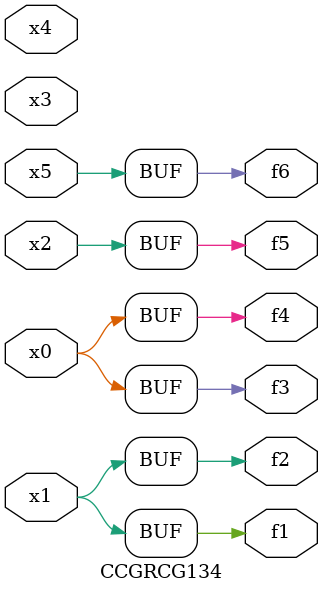
<source format=v>
module CCGRCG134(
	input x0, x1, x2, x3, x4, x5,
	output f1, f2, f3, f4, f5, f6
);
	assign f1 = x1;
	assign f2 = x1;
	assign f3 = x0;
	assign f4 = x0;
	assign f5 = x2;
	assign f6 = x5;
endmodule

</source>
